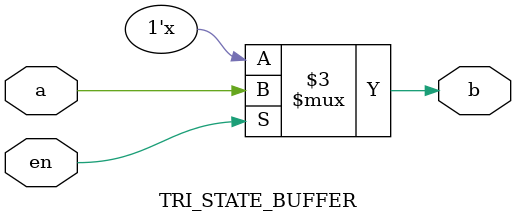
<source format=v>
`timescale 1ns / 1ps


module TRI_STATE_BUFFER(b,a,en);
output reg b;
input a,en;
always @ *
begin
if(en)
b=a;
else
b=1'bz;
end


endmodule
</source>
